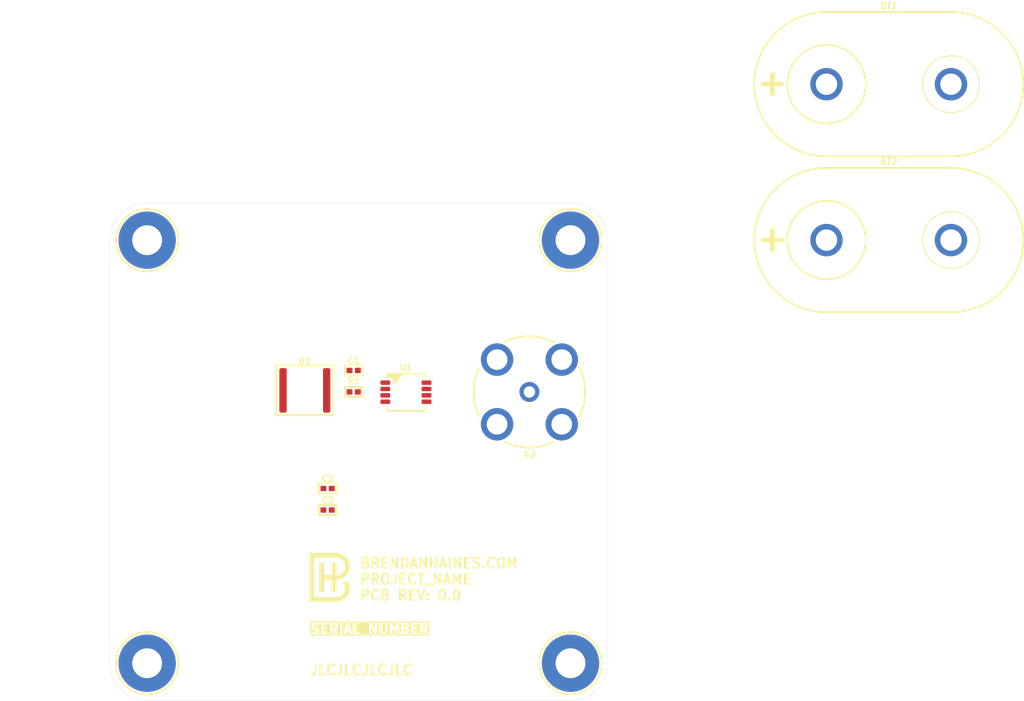
<source format=kicad_pcb>
(kicad_pcb (version 20240108) (generator "pcbnew") (generator_version "8.0")
  (title_block (title "${PROJECT_NAME}") (rev "${PCB_REVISION}") (company "BRENDANHAINES.COM"))
  (layers (0 "F.Cu" signal) (1 "In1.Cu" signal) (2 "In2.Cu" signal) (31 "B.Cu" signal) (34 "B.Paste" user) (35 "F.Paste" user) (36 "B.SilkS" user "B.Silkscreen") (37 "F.SilkS" user "F.Silkscreen") (38 "B.Mask" user) (39 "F.Mask" user) (44 "Edge.Cuts" user))
  (property "PCB_REVISION" "0.0")
  (property "PROJECT_NAME" "PROJECT_NAME")
  (net 0 "")
  (net 1 "GND")
  (net 2 "VDC_N5V0")
  (net 3 "/OUT")
  (net 4 "/IN")
  (net 6 "VDC_5V0")
  (net 9 "/VIN_9V0")
  (net 10 "/VIN_N9V0")
  (footprint "common:MH120X230_#4" (layer "F.Cu") (at 123.19 123.19)
    (property "Reference" "MH3" (hide yes))
    (property "Value" "Mounting_Hole" (hide yes))
    (fp_circle (center 0 0) (end 3.175 0) (stroke (width 0.1778)) (fill none) (layer "F.SilkS"))
    (pad "1" thru_hole circle (at 0 0) (size 5.842 5.842) (drill 3.048) (layers "*.Cu" "*.Mask") (net 1 "GND"))
  )
  (footprint "common:LOGO_BH" (layer "F.Cu") (at 99.06 116.84)
    (property "Reference" "LOGO1" (hide yes))
    (property "Value" "~" (hide yes))
    (fp_poly (pts (xy 0.340334 -4.906285) (xy 0.426334 -4.89815) (xy 0.511644 -4.88464) (xy 0.595939 -4.865795) (xy 0.678894 -4.8417) (xy 0.760165 -4.81244) (xy 0.839439 -4.778135) (xy 0.916405 -4.73892) (xy 0.990754 -4.69495) (xy 1.062204 -4.646395) (xy 1.130454 -4.59345) (xy 1.195245 -4.536325) (xy 1.256325 -4.475245) (xy 1.313449 -4.410455) (xy 1.366394 -4.342205) (xy 1.414949 -4.270755) (xy 1.45892 -4.196405) (xy 1.498135 -4.11944) (xy 1.532439 -4.040165) (xy 1.561699 -3.958895) (xy 1.585795 -3.87594) (xy 1.60464 -3.791645) (xy 1.61815 -3.706335) (xy 1.626285 -3.620335) (xy 1.629 -3.534) (xy 1.626285 -3.447665) (xy 1.61815 -3.361665) (xy 1.60464 -3.276355) (xy 1.585795 -3.19206) (xy 1.561699 -3.109105) (xy 1.532439 -3.027835) (xy 1.498135 -2.94856) (xy 1.45892 -2.871594) (xy 1.414949 -2.797245) (xy 1.366395 -2.725796) (xy 1.31345 -2.657543) (xy 1.256325 -2.592754) (xy 1.195245 -2.531674) (xy 1.130455 -2.474552) (xy 1.062205 -2.421604) (xy 0.990755 -2.373051) (xy 0.916405 -2.329083) (xy 0.83944 -2.289867) (xy 0.760165 -2.255558) (xy 0.678895 -2.226299) (xy 0.59594 -2.202206) (xy 0.511645 -2.183361) (xy 0.426335 -2.169849) (xy 0.340335 -2.161717) (xy 0.254 -2.159) (xy 0.254 -0.909001) (xy -0.246 -0.909001) (xy -0.246 -2.159) (xy -0.996 -2.159) (xy -0.996 -0.909001) (xy -1.496 -0.909001) (xy -1.496 -3.909) (xy -0.996 -3.909) (xy -0.996 -2.659) (xy -0.246 -2.659) (xy -0.246 -3.909) (xy 0.254 -3.909) (xy 0.254 -2.659) (xy 0.30894 -2.660733) (xy 0.363665 -2.665905) (xy 0.417955 -2.674503) (xy 0.4716 -2.686497) (xy 0.524385 -2.701832) (xy 0.576105 -2.720448) (xy 0.62655 -2.742283) (xy 0.67553 -2.767238) (xy 0.72284 -2.795215) (xy 0.768305 -2.826115) (xy 0.81174 -2.859806) (xy 0.852975 -2.89616) (xy 0.89184 -2.935025) (xy 0.928195 -2.97626) (xy 0.961885 -3.019695) (xy 0.992785 -3.06516) (xy 1.02076 -3.11247) (xy 1.04572 -3.16145) (xy 1.067555 -3.211895) (xy 1.08617 -3.263615) (xy 1.101505 -3.3164) (xy 1.113495 -3.370045) (xy 1.122094 -3.424335) (xy 1.12727 -3.47906) (xy 1.129 -3.534) (xy 1.12727 -3.58894) (xy 1.122094 -3.643665) (xy 1.113495 -3.697955) (xy 1.101505 -3.7516) (xy 1.08617 -3.804386) (xy 1.067555 -3.856106) (xy 1.04572 -3.90655) (xy 1.02076 -3.95553) (xy 0.992785 -4.00284) (xy 0.961885 -4.048305) (xy 0.928195 -4.09174) (xy 0.89184 -4.132975) (xy 0.852975 -4.17184) (xy 0.81174 -4.208195) (xy 0.768305 -4.241885) (xy 0.72284 -4.272785) (xy 0.67553 -4.30076) (xy 0.62655 -4.32572) (xy 0.576105 -4.347555) (xy 0.524385 -4.36617) (xy 0.4716 -4.381505) (xy 0.417955 -4.393495) (xy 0.363665 -4.402095) (xy 0.30894 -4.40727) (xy 0.254 -4.409) (xy -1.996 -4.409) (xy -1.996 -0.409001) (xy 0.254 -0.409001) (xy 0.30894 -0.410731) (xy 0.363665 -0.415906) (xy 0.417955 -0.424506) (xy 0.4716 -0.436496) (xy 0.524385 -0.451831) (xy 0.576105 -0.470446) (xy 0.62655 -0.492281) (xy 0.67553 -0.517241) (xy 0.72284 -0.545216) (xy 0.768305 -0.576116) (xy 0.81174 -0.609806) (xy 0.852975 -0.646161) (xy 0.89184 -0.685026) (xy 0.928195 -0.726261) (xy 0.961885 -0.769696) (xy 0.992785 -0.815161) (xy 1.02076 -0.862471) (xy 1.04572 -0.911451) (xy 1.067555 -0.961896) (xy 1.08617 -1.013615) (xy 1.101505 -1.066401) (xy 1.113495 -1.120046) (xy 1.122094 -1.174336) (xy 1.12727 -1.229061) (xy 1.129 -1.284001) (xy 1.12727 -1.338941) (xy 1.122094 -1.393666) (xy 1.113495 -1.447956) (xy 1.101505 -1.501601) (xy 1.08617 -1.554386) (xy 1.067555 -1.606106) (xy 1.04572 -1.65655) (xy 1.02076 -1.705531) (xy 0.992785 -1.752841) (xy 0.961885 -1.798306) (xy 0.928195 -1.841741) (xy 0.89184 -1.882976) (xy 0.87594 -1.898876) (xy 0.89821 -1.906896) (xy 0.99911 -1.950558) (xy 1.097065 -2.00047) (xy 1.19169 -2.056431) (xy 1.28262 -2.118222) (xy 1.32232 -2.149022) (xy 1.366395 -2.092205) (xy 1.414949 -2.020756) (xy 1.45892 -1.946408) (xy 1.498135 -1.869441) (xy 1.53244 -1.790166) (xy 1.5617 -1.708896) (xy 1.585795 -1.625941) (xy 1.60464 -1.541646) (xy 1.61815 -1.456336) (xy 1.626285 -1.370336) (xy 1.629 -1.284001) (xy 1.626285 -1.197666) (xy 1.61815 -1.111666) (xy 1.60464 -1.026356) (xy 1.585795 -0.942061) (xy 1.5617 -0.859106) (xy 1.53244 -0.777836) (xy 1.498135 -0.698561) (xy 1.45892 -0.621596) (xy 1.414949 -0.547247) (xy 1.366395 -0.475796) (xy 1.31345 -0.407547) (xy 1.256325 -0.342756) (xy 1.195245 -0.281676) (xy 1.130455 -0.224551) (xy 1.062205 -0.171607) (xy 0.990755 -0.123051) (xy 0.916405 -0.079081) (xy 0.83944 -0.039866) (xy 0.760165 -0.005561) (xy 0.678895 0.023699) (xy 0.59594 0.047794) (xy 0.511645 0.066639) (xy 0.426335 0.080149) (xy 0.340335 0.088284) (xy 0.254 0.090999) (xy -2.496 0.090999) (xy -2.496 -4.909) (xy 0.254 -4.909)) (fill solid) (layer "F.SilkS"))
  )
  (footprint "common:Keystone_967" (layer "F.Cu") (at 155.65 64.0902)
    (property "Reference" "BT1" (at 0 -8.001 0) (layer "F.SilkS") (effects (font (size 0.635 0.635) (thickness 0.127) (bold yes))))
    (property "Value" "Battery" (hide yes))
    (fp_line (start 6.35 -7.366) (end -6.35 -7.366) (stroke (width 0.1778)) (layer "F.SilkS"))
    (fp_line (start 6.35 7.366) (end -6.35 7.366) (stroke (width 0.1778)) (layer "F.SilkS"))
    (fp_arc (start -6.35 7.366) (mid -13.716 0) (end -6.35 -7.366) (stroke (width 0.1778)) (layer "F.SilkS"))
    (fp_arc (start 6.35 -7.366) (mid 13.716 0) (end 6.35 7.366) (stroke (width 0.1778)) (layer "F.SilkS"))
    (fp_circle (center -6.35 0) (end -2.35 0) (stroke (width 0.1778)) (fill none) (layer "F.SilkS"))
    (fp_circle (center 6.35 0) (end 9.25 0) (stroke (width 0.1)) (fill none) (layer "F.SilkS"))
    (fp_text user "+" (at -11.684 0 -90) (layer "F.SilkS") (effects (font (size 2.54 2.54) (thickness 0.508) (bold yes))))
    (pad "1" thru_hole circle (at -6.35 0) (size 3.302 3.302) (drill 2.1844) (layers "*.Cu" "*.Mask") (net 9 "/VIN_9V0"))
    (pad "2" thru_hole circle (at 6.35 0) (size 3.302 3.302) (drill 2.1844) (layers "*.Cu" "*.Mask") (net 1 "GND"))
  )
  (footprint "common:C0402" (layer "F.Cu") (at 98.4144 105.358388)
    (property "Reference" "C2" (at 0 -1.016 0) (layer "F.SilkS") (effects (font (size 0.635 0.635) (thickness 0.127))))
    (property "Value" "100nF" (hide yes))
    (fp_line (start -0.889 -0.508) (end 0.889 -0.508) (stroke (width 0.1778)) (layer "F.SilkS"))
    (fp_line (start -0.889 0.508) (end -0.889 -0.508) (stroke (width 0.1778)) (layer "F.SilkS"))
    (fp_line (start 0.889 -0.508) (end 0.889 0.508) (stroke (width 0.1778)) (layer "F.SilkS"))
    (fp_line (start 0.889 0.508) (end -0.889 0.508) (stroke (width 0.1778)) (layer "F.SilkS"))
    (pad "1" smd roundrect (at -0.425 0) (size 0.6 0.55) (layers "F.Cu" "F.Paste" "F.Mask") (roundrect_rratio 0.1) (net 1 "GND"))
    (pad "2" smd roundrect (at 0.425 0) (size 0.6 0.55) (layers "F.Cu" "F.Paste" "F.Mask") (roundrect_rratio 0.1) (net 2 "VDC_N5V0"))
  )
  (footprint "common:MH120X230_#4" (layer "F.Cu") (at 123.19 80.01)
    (property "Reference" "MH2" (hide yes))
    (property "Value" "Mounting_Hole" (hide yes))
    (fp_circle (center 0 0) (end 3.175 0) (stroke (width 0.1778)) (fill none) (layer "F.SilkS"))
    (pad "1" thru_hole circle (at 0 0) (size 5.842 5.842) (drill 3.048) (layers "*.Cu" "*.Mask") (net 1 "GND"))
  )
  (footprint "common:C0402" (layer "F.Cu") (at 98.4144 107.552188)
    (property "Reference" "C3" (at 0 -1.016 0) (layer "F.SilkS") (effects (font (size 0.635 0.635) (thickness 0.127))))
    (property "Value" "100nF" (hide yes))
    (fp_line (start -0.889 -0.508) (end 0.889 -0.508) (stroke (width 0.1778)) (layer "F.SilkS"))
    (fp_line (start -0.889 0.508) (end -0.889 -0.508) (stroke (width 0.1778)) (layer "F.SilkS"))
    (fp_line (start 0.889 -0.508) (end 0.889 0.508) (stroke (width 0.1778)) (layer "F.SilkS"))
    (fp_line (start 0.889 0.508) (end -0.889 0.508) (stroke (width 0.1778)) (layer "F.SilkS"))
    (pad "1" smd roundrect (at -0.425 0) (size 0.6 0.55) (layers "F.Cu" "F.Paste" "F.Mask") (roundrect_rratio 0.1) (net 6 "VDC_5V0"))
    (pad "2" smd roundrect (at 0.425 0) (size 0.6 0.55) (layers "F.Cu" "F.Paste" "F.Mask") (roundrect_rratio 0.1) (net 1 "GND"))
  )
  (footprint "common:MSOP8" (layer "F.Cu") (at 106.4 95.525)
    (property "Reference" "U1" (at 0 -2.54 0) (layer "F.SilkS") (effects (font (size 0.635 0.635) (thickness 0.127) (bold yes))))
    (property "Value" "AD8651ARMZ")
    (fp_line (start -1.905 -1.905) (end 1.905 -1.905) (stroke (width 0.1778)) (layer "F.SilkS"))
    (fp_line (start -1.905 -1.524) (end -1.905 -1.905) (stroke (width 0.1778)) (layer "F.SilkS"))
    (fp_line (start -1.905 -1.524) (end -1.27 -1.524) (stroke (width 0.1778)) (layer "F.SilkS"))
    (fp_line (start -1.905 1.524) (end -1.905 1.905) (stroke (width 0.1778)) (layer "F.SilkS"))
    (fp_line (start -1.27 -1.524) (end -1.27 -0.889) (stroke (width 0.1778)) (layer "F.SilkS"))
    (fp_line (start -0.254 -1.905) (end -1.27 -0.889) (stroke (width 0.1778)) (layer "F.SilkS"))
    (fp_line (start 1.905 -1.524) (end 1.905 -1.905) (stroke (width 0.1778)) (layer "F.SilkS"))
    (fp_line (start 1.905 1.524) (end 1.905 1.905) (stroke (width 0.1778)) (layer "F.SilkS"))
    (fp_line (start 1.905 1.905) (end -1.905 1.905) (stroke (width 0.1778)) (layer "F.SilkS"))
    (fp_poly (pts (xy -0.254 -1.905) (xy -1.905 -1.905) (xy -1.905 -1.524) (xy -1.27 -1.524) (xy -1.27 -0.889)) (fill solid) (layer "F.SilkS"))
    (pad "1" smd roundrect (at -2.1 -0.975 270) (size 0.45 1) (layers "F.Cu" "F.Paste" "F.Mask"))
    (pad "2" smd roundrect (at -2.1 -0.325 270) (size 0.45 1) (layers "F.Cu" "F.Paste" "F.Mask") (net 4 "/IN"))
    (pad "3" smd roundrect (at -2.1 0.325 270) (size 0.45 1) (layers "F.Cu" "F.Paste" "F.Mask") (net 1 "GND"))
    (pad "4" smd roundrect (at -2.1 0.975 270) (size 0.45 1) (layers "F.Cu" "F.Paste" "F.Mask") (net 2 "VDC_N5V0"))
    (pad "5" smd roundrect (at 2.1 0.975 270) (size 0.45 1) (layers "F.Cu" "F.Paste" "F.Mask"))
    (pad "6" smd roundrect (at 2.1 0.325 270) (size 0.45 1) (layers "F.Cu" "F.Paste" "F.Mask") (net 3 "/OUT"))
    (pad "7" smd roundrect (at 2.1 -0.325 270) (size 0.45 1) (layers "F.Cu" "F.Paste" "F.Mask") (net 6 "VDC_5V0"))
    (pad "8" smd roundrect (at 2.1 -0.975 270) (size 0.45 1) (layers "F.Cu" "F.Paste" "F.Mask"))
  )
  (footprint "common:C0402" (layer "F.Cu") (at 101.075 93.3062)
    (property "Reference" "C1" (at 0 -1.016 0) (layer "F.SilkS") (effects (font (size 0.635 0.635) (thickness 0.127))))
    (property "Value" "3pF" (hide yes))
    (fp_line (start -0.889 -0.508) (end 0.889 -0.508) (stroke (width 0.1778)) (layer "F.SilkS"))
    (fp_line (start -0.889 0.508) (end -0.889 -0.508) (stroke (width 0.1778)) (layer "F.SilkS"))
    (fp_line (start 0.889 -0.508) (end 0.889 0.508) (stroke (width 0.1778)) (layer "F.SilkS"))
    (fp_line (start 0.889 0.508) (end -0.889 0.508) (stroke (width 0.1778)) (layer "F.SilkS"))
    (pad "1" smd roundrect (at -0.425 0) (size 0.6 0.55) (layers "F.Cu" "F.Paste" "F.Mask") (roundrect_rratio 0.1) (net 4 "/IN"))
    (pad "2" smd roundrect (at 0.425 0) (size 0.6 0.55) (layers "F.Cu" "F.Paste" "F.Mask") (roundrect_rratio 0.1) (net 3 "/OUT"))
  )
  (footprint "common:TEMD5110X01" (layer "F.Cu") (at 96.097 95.3382)
    (property "Reference" "D1" (at 0 -3 0) (layer "F.SilkS") (effects (font (size 0.635 0.635) (thickness 0.127) (bold yes))))
    (property "Value" "TEMD5110X01" (hide yes))
    (fp_rect (start -2.921 -2.54) (end 2.921 2.54) (stroke (width 0.1778)) (fill none) (layer "F.SilkS"))
    (pad "A" smd roundrect (at -2.225 0) (size 0.75 4.55) (layers "F.Cu" "F.Paste" "F.Mask") (net 2 "VDC_N5V0"))
    (pad "K" smd roundrect (at 2.225 0) (size 0.75 4.55) (layers "F.Cu" "F.Paste" "F.Mask") (net 4 "/IN"))
  )
  (footprint "common:MH120X230_#4" (layer "F.Cu") (at 80.01 123.19)
    (property "Reference" "MH4" (hide yes))
    (property "Value" "Mounting_Hole" (hide yes))
    (fp_circle (center 0 0) (end 3.175 0) (stroke (width 0.1778)) (fill none) (layer "F.SilkS"))
    (pad "1" thru_hole circle (at 0 0) (size 5.842 5.842) (drill 3.048) (layers "*.Cu" "*.Mask") (net 1 "GND"))
  )
  (footprint "common:R0402" (layer "F.Cu") (at 101.075 95.5)
    (property "Reference" "R1" (at 0 -1.143 0) (layer "F.SilkS") (effects (font (size 0.635 0.635) (thickness 0.127))))
    (property "Value" "25.5k" (hide yes))
    (fp_line (start -0.889 -0.508) (end 0.889 -0.508) (stroke (width 0.1778)) (layer "F.SilkS"))
    (fp_line (start -0.889 0.508) (end -0.889 -0.508) (stroke (width 0.1778)) (layer "F.SilkS"))
    (fp_line (start 0.889 -0.508) (end 0.889 0.508) (stroke (width 0.1778)) (layer "F.SilkS"))
    (fp_line (start 0.889 0.508) (end -0.889 0.508) (stroke (width 0.1778)) (layer "F.SilkS"))
    (pad "1" smd roundrect (at -0.425 0) (size 0.6 0.55) (layers "F.Cu" "F.Paste" "F.Mask") (roundrect_rratio 0.1) (net 4 "/IN"))
    (pad "2" smd roundrect (at 0.425 0) (size 0.6 0.55) (layers "F.Cu" "F.Paste" "F.Mask") (roundrect_rratio 0.1) (net 3 "/OUT"))
  )
  (footprint "common:Keystone_967" (layer "F.Cu") (at 155.65 80)
    (property "Reference" "BT2" (at 0 -8.001 0) (layer "F.SilkS") (effects (font (size 0.635 0.635) (thickness 0.127) (bold yes))))
    (property "Value" "Battery" (hide yes))
    (fp_line (start 6.35 -7.366) (end -6.35 -7.366) (stroke (width 0.1778)) (layer "F.SilkS"))
    (fp_line (start 6.35 7.366) (end -6.35 7.366) (stroke (width 0.1778)) (layer "F.SilkS"))
    (fp_arc (start -6.35 7.366) (mid -13.716 0) (end -6.35 -7.366) (stroke (width 0.1778)) (layer "F.SilkS"))
    (fp_arc (start 6.35 -7.366) (mid 13.716 0) (end 6.35 7.366) (stroke (width 0.1778)) (layer "F.SilkS"))
    (fp_circle (center -6.35 0) (end -2.35 0) (stroke (width 0.1778)) (fill none) (layer "F.SilkS"))
    (fp_circle (center 6.35 0) (end 9.25 0) (stroke (width 0.1)) (fill none) (layer "F.SilkS"))
    (fp_text user "+" (at -11.684 0 -90) (layer "F.SilkS") (effects (font (size 2.54 2.54) (thickness 0.508) (bold yes))))
    (pad "1" thru_hole circle (at -6.35 0) (size 3.302 3.302) (drill 2.1844) (layers "*.Cu" "*.Mask") (net 1 "GND"))
    (pad "2" thru_hole circle (at 6.35 0) (size 3.302 3.302) (drill 2.1844) (layers "*.Cu" "*.Mask") (net 10 "/VIN_N9V0"))
  )
  (footprint "common:2466267-1" (layer "F.Cu") (at 119 95.5 180)
    (property "Reference" "P1" (at 0 -6.35 180) (layer "F.SilkS") (effects (font (size 0.635 0.635) (thickness 0.127) (bold yes))))
    (property "Value" "Conn_Coax")
    (fp_arc (start 5.079999 -2.54) (mid 5.679612 0) (end 5.079999 2.54) (stroke (width 0.1778)) (layer "F.SilkS"))
    (fp_arc (start 2.54 5.079999) (mid 0 5.679612) (end -2.54 5.079999) (stroke (width 0.1778)) (layer "F.SilkS"))
    (fp_arc (start -2.54 -5.079999) (mid 0 -5.679612) (end 2.54 -5.079999) (stroke (width 0.1778)) (layer "F.SilkS"))
    (fp_arc (start -5.079999 2.54) (mid -5.679612 0) (end -5.079999 -2.54) (stroke (width 0.1778)) (layer "F.SilkS"))
    (pad "0" thru_hole circle (at -3.3 -3.3 180) (size 3.302 3.302) (drill 2.11) (layers "*.Cu" "*.Mask") (net 1 "GND"))
    (pad "0" thru_hole circle (at -3.3 3.3 180) (size 3.302 3.302) (drill 2.11) (layers "*.Cu" "*.Mask") (net 1 "GND"))
    (pad "0" thru_hole circle (at 3.3 -3.3 180) (size 3.302 3.302) (drill 2.11) (layers "*.Cu" "*.Mask") (net 1 "GND"))
    (pad "0" thru_hole circle (at 3.3 3.3 180) (size 3.302 3.302) (drill 2.11) (layers "*.Cu" "*.Mask") (net 1 "GND"))
    (pad "1" thru_hole circle (at 0 0 180) (size 2.032 2.032) (drill 1.17) (layers "*.Cu" "*.Mask") (net 3 "/OUT"))
  )
  (footprint "common:MH120X230_#4" (layer "F.Cu") (at 80.01 80.01)
    (property "Reference" "MH1" (hide yes))
    (property "Value" "Mounting_Hole" (hide yes))
    (fp_circle (center 0 0) (end 3.175 0) (stroke (width 0.1778)) (fill none) (layer "F.SilkS"))
    (pad "1" thru_hole circle (at 0 0) (size 5.842 5.842) (drill 3.048) (layers "*.Cu" "*.Mask") (net 1 "GND"))
  )
  (gr_line (start 76.2 80.01) (end 76.2 123.19) (stroke (width 0.0254)) (layer "Edge.Cuts"))
  (gr_arc (start 76.2 80.01) (mid 77.315923 77.315923) (end 80.01 76.2) (stroke (width 0.0254)) (layer "Edge.Cuts"))
  (gr_line (start 80.01 76.2) (end 123.19 76.2) (stroke (width 0.0254)) (layer "Edge.Cuts"))
  (gr_line (start 123.19 127) (end 80.01 127) (stroke (width 0.0254)) (layer "Edge.Cuts"))
  (gr_arc (start 123.19 76.2) (mid 125.884077 77.315923) (end 127 80.01) (stroke (width 0.0254)) (layer "Edge.Cuts"))
  (gr_arc (start 127 123.19) (mid 125.884077 125.884077) (end 123.19 127) (stroke (width 0.0254)) (layer "Edge.Cuts"))
  (gr_line (start 127 123.19) (end 127 80.01) (stroke (width 0.0254)) (layer "Edge.Cuts"))
  (gr_arc (start 80.01 127) (mid 77.315923 125.884077) (end 76.2 123.19) (stroke (width 0.0254)) (layer "Edge.Cuts"))
  (gr_text "JLCJLCJLCJLC" (at 96.52 124.46 0) (layer "F.SilkS") (effects (font (size 1.016 1.016) (thickness 0.2032) (bold yes)) (justify left bottom)))
  (gr_text "BRENDANHAINES.COM\n${PROJECT_NAME}\nPCB REV: ${PCB_REVISION}" (at 101.6 116.84 0) (layer "F.SilkS") (effects (font (size 1.016 1.016) (thickness 0.2032) (bold yes)) (justify left bottom)))
  (gr_text "SERIAL NUMBER              \n " (at 96.52 121.92 0) (layer "F.SilkS" knockout) (effects (font (size 1.016 1.016) (thickness 0.2032) (bold yes)) (justify left bottom)))
)
</source>
